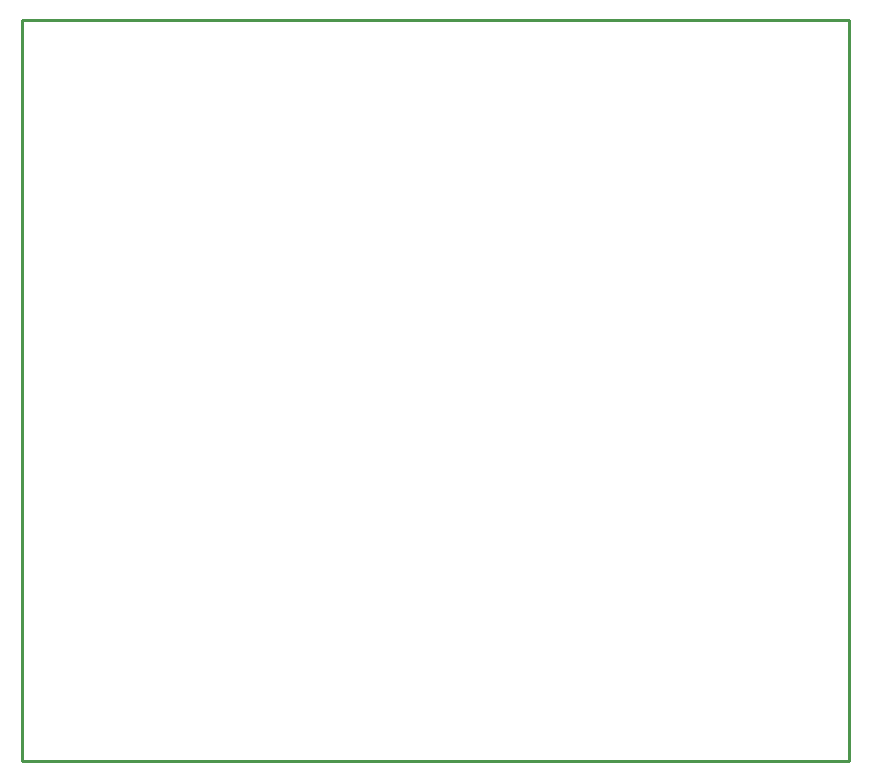
<source format=gko>
G04 Layer: BoardOutlineLayer*
G04 EasyEDA v6.5.48, 2025-03-28 08:07:08*
G04 329a1df1ed9a4316b028ac477401dd29,d846faf264e3498a955800aa56c0118d,10*
G04 Gerber Generator version 0.2*
G04 Scale: 100 percent, Rotated: No, Reflected: No *
G04 Dimensions in millimeters *
G04 leading zeros omitted , absolute positions ,4 integer and 5 decimal *
%FSLAX45Y45*%
%MOMM*%

%ADD10C,0.2540*%
D10*
X3124200Y4495800D02*
G01*
X10121900Y4495800D01*
X10121900Y-1778000D01*
X3124200Y-1778000D01*
X3124200Y4495800D01*

%LPD*%
M02*

</source>
